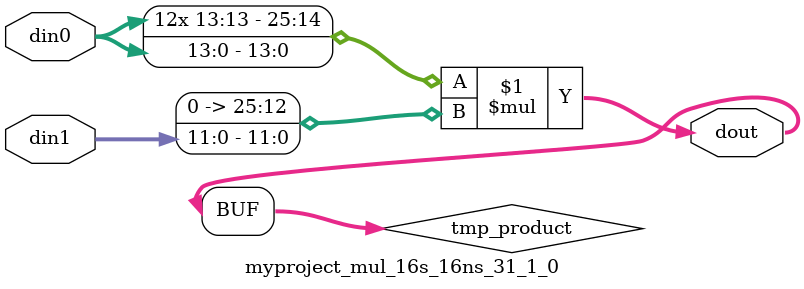
<source format=v>

`timescale 1 ns / 1 ps

  module myproject_mul_16s_16ns_31_1_0(din0, din1, dout);
parameter ID = 1;
parameter NUM_STAGE = 0;
parameter din0_WIDTH = 14;
parameter din1_WIDTH = 12;
parameter dout_WIDTH = 26;

input [din0_WIDTH - 1 : 0] din0; 
input [din1_WIDTH - 1 : 0] din1; 
output [dout_WIDTH - 1 : 0] dout;

wire signed [dout_WIDTH - 1 : 0] tmp_product;












assign tmp_product = $signed(din0) * $signed({1'b0, din1});









assign dout = tmp_product;







endmodule

</source>
